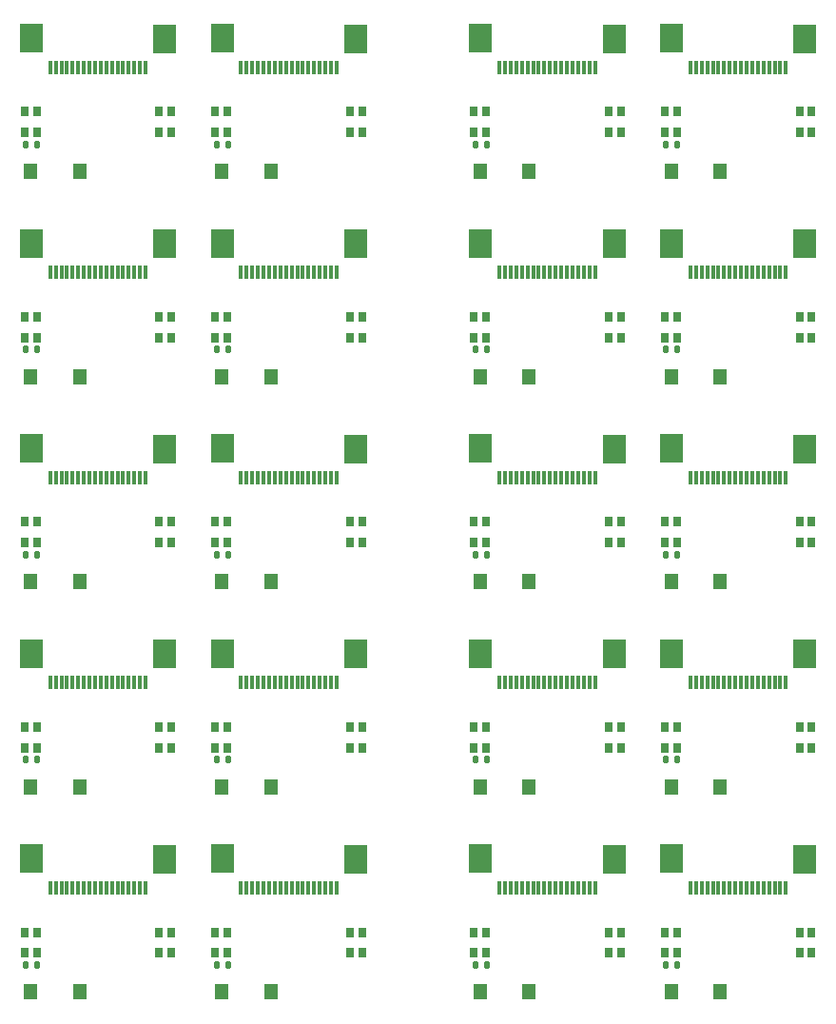
<source format=gbr>
%TF.GenerationSoftware,KiCad,Pcbnew,8.0.1-unknown-202403172319~81f55dfc9c~ubuntu22.04.1*%
%TF.CreationDate,2024-06-20T10:51:26+01:00*%
%TF.ProjectId,PANEL_COM_MOD,50414e45-4c5f-4434-9f4d-5f4d4f442e6b,1.0*%
%TF.SameCoordinates,Original*%
%TF.FileFunction,Paste,Bot*%
%TF.FilePolarity,Positive*%
%FSLAX46Y46*%
G04 Gerber Fmt 4.6, Leading zero omitted, Abs format (unit mm)*
G04 Created by KiCad (PCBNEW 8.0.1-unknown-202403172319~81f55dfc9c~ubuntu22.04.1) date 2024-06-20 10:51:26*
%MOMM*%
%LPD*%
G01*
G04 APERTURE LIST*
G04 Aperture macros list*
%AMRoundRect*
0 Rectangle with rounded corners*
0 $1 Rounding radius*
0 $2 $3 $4 $5 $6 $7 $8 $9 X,Y pos of 4 corners*
0 Add a 4 corners polygon primitive as box body*
4,1,4,$2,$3,$4,$5,$6,$7,$8,$9,$2,$3,0*
0 Add four circle primitives for the rounded corners*
1,1,$1+$1,$2,$3*
1,1,$1+$1,$4,$5*
1,1,$1+$1,$6,$7*
1,1,$1+$1,$8,$9*
0 Add four rect primitives between the rounded corners*
20,1,$1+$1,$2,$3,$4,$5,0*
20,1,$1+$1,$4,$5,$6,$7,0*
20,1,$1+$1,$6,$7,$8,$9,0*
20,1,$1+$1,$8,$9,$2,$3,0*%
G04 Aperture macros list end*
%ADD10R,0.700000X0.900000*%
%ADD11RoundRect,0.135000X-0.135000X-0.185000X0.135000X-0.185000X0.135000X0.185000X-0.135000X0.185000X0*%
%ADD12R,1.230000X1.360000*%
%ADD13R,0.300000X1.250000*%
%ADD14R,2.000000X2.500000*%
G04 APERTURE END LIST*
D10*
%TO.C,LED2*%
X46950000Y-32580001D03*
X48050000Y-32580001D03*
X48050000Y-34420001D03*
X46950000Y-34420001D03*
%TD*%
D11*
%TO.C,R1*%
X24089999Y-35500001D03*
X25109999Y-35500001D03*
%TD*%
D10*
%TO.C,LED2*%
X23950000Y-50830002D03*
X25050000Y-50830002D03*
X25050000Y-52670002D03*
X23950000Y-52670002D03*
%TD*%
D12*
%TO.C,SW1*%
X11879999Y-74400003D03*
X7519999Y-74400003D03*
%TD*%
D10*
%TO.C,LED1*%
X20050000Y-52670002D03*
X18950000Y-52670002D03*
X18950000Y-50830002D03*
X20050000Y-50830002D03*
%TD*%
D12*
%TO.C,SW1*%
X68879999Y-92650004D03*
X64519999Y-92650004D03*
%TD*%
D11*
%TO.C,R1*%
X24089999Y-17250000D03*
X25109999Y-17250000D03*
%TD*%
%TO.C,R1*%
X64089999Y-90250004D03*
X65109999Y-90250004D03*
%TD*%
%TO.C,R1*%
X64089999Y-17250000D03*
X65109999Y-17250000D03*
%TD*%
D10*
%TO.C,LED1*%
X37050000Y-34420001D03*
X35950000Y-34420001D03*
X35950000Y-32580001D03*
X37050000Y-32580001D03*
%TD*%
D11*
%TO.C,R1*%
X47089999Y-35500001D03*
X48109999Y-35500001D03*
%TD*%
D10*
%TO.C,LED2*%
X23950000Y-14330000D03*
X25050000Y-14330000D03*
X25050000Y-16170000D03*
X23950000Y-16170000D03*
%TD*%
%TO.C,LED2*%
X63950000Y-50830002D03*
X65050000Y-50830002D03*
X65050000Y-52670002D03*
X63950000Y-52670002D03*
%TD*%
D13*
%TO.C,FPC1*%
X49250000Y-83390004D03*
X49750000Y-83390004D03*
X50250000Y-83390004D03*
X50750000Y-83390004D03*
X51250000Y-83390004D03*
X51750000Y-83390004D03*
X52250000Y-83390004D03*
X52750000Y-83390004D03*
X53250000Y-83390004D03*
X53750000Y-83390004D03*
X54250000Y-83390004D03*
X54750000Y-83390004D03*
X55250000Y-83390004D03*
X55750000Y-83390004D03*
X56250000Y-83390004D03*
X56750000Y-83390004D03*
X57250000Y-83390004D03*
X57750000Y-83390004D03*
D14*
X47560000Y-80810004D03*
X59440000Y-80850004D03*
%TD*%
D11*
%TO.C,R1*%
X47089999Y-90250004D03*
X48109999Y-90250004D03*
%TD*%
%TO.C,R1*%
X47089999Y-17250000D03*
X48109999Y-17250000D03*
%TD*%
D10*
%TO.C,LED2*%
X46950000Y-14330000D03*
X48050000Y-14330000D03*
X48050000Y-16170000D03*
X46950000Y-16170000D03*
%TD*%
D13*
%TO.C,FPC1*%
X49250000Y-28640001D03*
X49750000Y-28640001D03*
X50250000Y-28640001D03*
X50750000Y-28640001D03*
X51250000Y-28640001D03*
X51750000Y-28640001D03*
X52250000Y-28640001D03*
X52750000Y-28640001D03*
X53250000Y-28640001D03*
X53750000Y-28640001D03*
X54250000Y-28640001D03*
X54750000Y-28640001D03*
X55250000Y-28640001D03*
X55750000Y-28640001D03*
X56250000Y-28640001D03*
X56750000Y-28640001D03*
X57250000Y-28640001D03*
X57750000Y-28640001D03*
D14*
X47560000Y-26060001D03*
X59440000Y-26100001D03*
%TD*%
D10*
%TO.C,LED2*%
X23950000Y-69080003D03*
X25050000Y-69080003D03*
X25050000Y-70920003D03*
X23950000Y-70920003D03*
%TD*%
D12*
%TO.C,SW1*%
X68879999Y-74400003D03*
X64519999Y-74400003D03*
%TD*%
D11*
%TO.C,R1*%
X7089999Y-72000003D03*
X8109999Y-72000003D03*
%TD*%
D10*
%TO.C,LED2*%
X6950000Y-14330000D03*
X8050000Y-14330000D03*
X8050000Y-16170000D03*
X6950000Y-16170000D03*
%TD*%
%TO.C,LED2*%
X46950000Y-50830002D03*
X48050000Y-50830002D03*
X48050000Y-52670002D03*
X46950000Y-52670002D03*
%TD*%
D12*
%TO.C,SW1*%
X51879999Y-74400003D03*
X47519999Y-74400003D03*
%TD*%
D10*
%TO.C,LED2*%
X6950000Y-32580001D03*
X8050000Y-32580001D03*
X8050000Y-34420001D03*
X6950000Y-34420001D03*
%TD*%
D13*
%TO.C,FPC1*%
X49250000Y-10390000D03*
X49750000Y-10390000D03*
X50250000Y-10390000D03*
X50750000Y-10390000D03*
X51250000Y-10390000D03*
X51750000Y-10390000D03*
X52250000Y-10390000D03*
X52750000Y-10390000D03*
X53250000Y-10390000D03*
X53750000Y-10390000D03*
X54250000Y-10390000D03*
X54750000Y-10390000D03*
X55250000Y-10390000D03*
X55750000Y-10390000D03*
X56250000Y-10390000D03*
X56750000Y-10390000D03*
X57250000Y-10390000D03*
X57750000Y-10390000D03*
D14*
X47560000Y-7810000D03*
X59440000Y-7850000D03*
%TD*%
D10*
%TO.C,LED1*%
X60050000Y-34420001D03*
X58950000Y-34420001D03*
X58950000Y-32580001D03*
X60050000Y-32580001D03*
%TD*%
%TO.C,LED2*%
X63950000Y-14330000D03*
X65050000Y-14330000D03*
X65050000Y-16170000D03*
X63950000Y-16170000D03*
%TD*%
D12*
%TO.C,SW1*%
X51879999Y-92650004D03*
X47519999Y-92650004D03*
%TD*%
D13*
%TO.C,FPC1*%
X9250000Y-65140003D03*
X9750000Y-65140003D03*
X10250000Y-65140003D03*
X10750000Y-65140003D03*
X11250000Y-65140003D03*
X11750000Y-65140003D03*
X12250000Y-65140003D03*
X12750000Y-65140003D03*
X13250000Y-65140003D03*
X13750000Y-65140003D03*
X14250000Y-65140003D03*
X14750000Y-65140003D03*
X15250000Y-65140003D03*
X15750000Y-65140003D03*
X16250000Y-65140003D03*
X16750000Y-65140003D03*
X17250000Y-65140003D03*
X17750000Y-65140003D03*
D14*
X7560000Y-62560003D03*
X19440000Y-62600003D03*
%TD*%
D10*
%TO.C,LED2*%
X63950000Y-87330004D03*
X65050000Y-87330004D03*
X65050000Y-89170004D03*
X63950000Y-89170004D03*
%TD*%
%TO.C,LED1*%
X37050000Y-16170000D03*
X35950000Y-16170000D03*
X35950000Y-14330000D03*
X37050000Y-14330000D03*
%TD*%
D12*
%TO.C,SW1*%
X68879999Y-19650000D03*
X64519999Y-19650000D03*
%TD*%
D13*
%TO.C,FPC1*%
X9250000Y-46890002D03*
X9750000Y-46890002D03*
X10250000Y-46890002D03*
X10750000Y-46890002D03*
X11250000Y-46890002D03*
X11750000Y-46890002D03*
X12250000Y-46890002D03*
X12750000Y-46890002D03*
X13250000Y-46890002D03*
X13750000Y-46890002D03*
X14250000Y-46890002D03*
X14750000Y-46890002D03*
X15250000Y-46890002D03*
X15750000Y-46890002D03*
X16250000Y-46890002D03*
X16750000Y-46890002D03*
X17250000Y-46890002D03*
X17750000Y-46890002D03*
D14*
X7560000Y-44310002D03*
X19440000Y-44350002D03*
%TD*%
D13*
%TO.C,FPC1*%
X9250000Y-28640001D03*
X9750000Y-28640001D03*
X10250000Y-28640001D03*
X10750000Y-28640001D03*
X11250000Y-28640001D03*
X11750000Y-28640001D03*
X12250000Y-28640001D03*
X12750000Y-28640001D03*
X13250000Y-28640001D03*
X13750000Y-28640001D03*
X14250000Y-28640001D03*
X14750000Y-28640001D03*
X15250000Y-28640001D03*
X15750000Y-28640001D03*
X16250000Y-28640001D03*
X16750000Y-28640001D03*
X17250000Y-28640001D03*
X17750000Y-28640001D03*
D14*
X7560000Y-26060001D03*
X19440000Y-26100001D03*
%TD*%
D10*
%TO.C,LED1*%
X37050000Y-70920003D03*
X35950000Y-70920003D03*
X35950000Y-69080003D03*
X37050000Y-69080003D03*
%TD*%
%TO.C,LED1*%
X60050000Y-70920003D03*
X58950000Y-70920003D03*
X58950000Y-69080003D03*
X60050000Y-69080003D03*
%TD*%
%TO.C,LED1*%
X77050000Y-70920003D03*
X75950000Y-70920003D03*
X75950000Y-69080003D03*
X77050000Y-69080003D03*
%TD*%
D12*
%TO.C,SW1*%
X51879999Y-37900001D03*
X47519999Y-37900001D03*
%TD*%
D13*
%TO.C,FPC1*%
X49250000Y-46890002D03*
X49750000Y-46890002D03*
X50250000Y-46890002D03*
X50750000Y-46890002D03*
X51250000Y-46890002D03*
X51750000Y-46890002D03*
X52250000Y-46890002D03*
X52750000Y-46890002D03*
X53250000Y-46890002D03*
X53750000Y-46890002D03*
X54250000Y-46890002D03*
X54750000Y-46890002D03*
X55250000Y-46890002D03*
X55750000Y-46890002D03*
X56250000Y-46890002D03*
X56750000Y-46890002D03*
X57250000Y-46890002D03*
X57750000Y-46890002D03*
D14*
X47560000Y-44310002D03*
X59440000Y-44350002D03*
%TD*%
D11*
%TO.C,R1*%
X24089999Y-72000003D03*
X25109999Y-72000003D03*
%TD*%
D12*
%TO.C,SW1*%
X51879999Y-19650000D03*
X47519999Y-19650000D03*
%TD*%
D10*
%TO.C,LED2*%
X6950000Y-69080003D03*
X8050000Y-69080003D03*
X8050000Y-70920003D03*
X6950000Y-70920003D03*
%TD*%
%TO.C,LED1*%
X60050000Y-89170004D03*
X58950000Y-89170004D03*
X58950000Y-87330004D03*
X60050000Y-87330004D03*
%TD*%
D11*
%TO.C,R1*%
X7089999Y-17250000D03*
X8109999Y-17250000D03*
%TD*%
D12*
%TO.C,SW1*%
X11879999Y-19650000D03*
X7519999Y-19650000D03*
%TD*%
%TO.C,SW1*%
X28879999Y-37900001D03*
X24519999Y-37900001D03*
%TD*%
D13*
%TO.C,FPC1*%
X66250000Y-28640001D03*
X66750000Y-28640001D03*
X67250000Y-28640001D03*
X67750000Y-28640001D03*
X68250000Y-28640001D03*
X68750000Y-28640001D03*
X69250000Y-28640001D03*
X69750000Y-28640001D03*
X70250000Y-28640001D03*
X70750000Y-28640001D03*
X71250000Y-28640001D03*
X71750000Y-28640001D03*
X72250000Y-28640001D03*
X72750000Y-28640001D03*
X73250000Y-28640001D03*
X73750000Y-28640001D03*
X74250000Y-28640001D03*
X74750000Y-28640001D03*
D14*
X64560000Y-26060001D03*
X76440000Y-26100001D03*
%TD*%
D12*
%TO.C,SW1*%
X11879999Y-37900001D03*
X7519999Y-37900001D03*
%TD*%
D10*
%TO.C,LED1*%
X20050000Y-70920003D03*
X18950000Y-70920003D03*
X18950000Y-69080003D03*
X20050000Y-69080003D03*
%TD*%
D12*
%TO.C,SW1*%
X11879999Y-56150002D03*
X7519999Y-56150002D03*
%TD*%
D10*
%TO.C,LED1*%
X37050000Y-52670002D03*
X35950000Y-52670002D03*
X35950000Y-50830002D03*
X37050000Y-50830002D03*
%TD*%
D11*
%TO.C,R1*%
X7089999Y-53750002D03*
X8109999Y-53750002D03*
%TD*%
D10*
%TO.C,LED2*%
X46950000Y-69080003D03*
X48050000Y-69080003D03*
X48050000Y-70920003D03*
X46950000Y-70920003D03*
%TD*%
D11*
%TO.C,R1*%
X7089999Y-90250004D03*
X8109999Y-90250004D03*
%TD*%
D13*
%TO.C,FPC1*%
X49250000Y-65140003D03*
X49750000Y-65140003D03*
X50250000Y-65140003D03*
X50750000Y-65140003D03*
X51250000Y-65140003D03*
X51750000Y-65140003D03*
X52250000Y-65140003D03*
X52750000Y-65140003D03*
X53250000Y-65140003D03*
X53750000Y-65140003D03*
X54250000Y-65140003D03*
X54750000Y-65140003D03*
X55250000Y-65140003D03*
X55750000Y-65140003D03*
X56250000Y-65140003D03*
X56750000Y-65140003D03*
X57250000Y-65140003D03*
X57750000Y-65140003D03*
D14*
X47560000Y-62560003D03*
X59440000Y-62600003D03*
%TD*%
D11*
%TO.C,R1*%
X24089999Y-53750002D03*
X25109999Y-53750002D03*
%TD*%
D10*
%TO.C,LED1*%
X60050000Y-16170000D03*
X58950000Y-16170000D03*
X58950000Y-14330000D03*
X60050000Y-14330000D03*
%TD*%
%TO.C,LED2*%
X63950000Y-69080003D03*
X65050000Y-69080003D03*
X65050000Y-70920003D03*
X63950000Y-70920003D03*
%TD*%
D11*
%TO.C,R1*%
X47089999Y-72000003D03*
X48109999Y-72000003D03*
%TD*%
D10*
%TO.C,LED1*%
X20050000Y-89170004D03*
X18950000Y-89170004D03*
X18950000Y-87330004D03*
X20050000Y-87330004D03*
%TD*%
%TO.C,LED1*%
X77050000Y-52670002D03*
X75950000Y-52670002D03*
X75950000Y-50830002D03*
X77050000Y-50830002D03*
%TD*%
D12*
%TO.C,SW1*%
X28879999Y-19650000D03*
X24519999Y-19650000D03*
%TD*%
D10*
%TO.C,LED1*%
X20050000Y-34420001D03*
X18950000Y-34420001D03*
X18950000Y-32580001D03*
X20050000Y-32580001D03*
%TD*%
D11*
%TO.C,R1*%
X47089999Y-53750002D03*
X48109999Y-53750002D03*
%TD*%
D10*
%TO.C,LED2*%
X63950000Y-32580001D03*
X65050000Y-32580001D03*
X65050000Y-34420001D03*
X63950000Y-34420001D03*
%TD*%
D13*
%TO.C,FPC1*%
X9250000Y-10390000D03*
X9750000Y-10390000D03*
X10250000Y-10390000D03*
X10750000Y-10390000D03*
X11250000Y-10390000D03*
X11750000Y-10390000D03*
X12250000Y-10390000D03*
X12750000Y-10390000D03*
X13250000Y-10390000D03*
X13750000Y-10390000D03*
X14250000Y-10390000D03*
X14750000Y-10390000D03*
X15250000Y-10390000D03*
X15750000Y-10390000D03*
X16250000Y-10390000D03*
X16750000Y-10390000D03*
X17250000Y-10390000D03*
X17750000Y-10390000D03*
D14*
X7560000Y-7810000D03*
X19440000Y-7850000D03*
%TD*%
D13*
%TO.C,FPC1*%
X66250000Y-83390004D03*
X66750000Y-83390004D03*
X67250000Y-83390004D03*
X67750000Y-83390004D03*
X68250000Y-83390004D03*
X68750000Y-83390004D03*
X69250000Y-83390004D03*
X69750000Y-83390004D03*
X70250000Y-83390004D03*
X70750000Y-83390004D03*
X71250000Y-83390004D03*
X71750000Y-83390004D03*
X72250000Y-83390004D03*
X72750000Y-83390004D03*
X73250000Y-83390004D03*
X73750000Y-83390004D03*
X74250000Y-83390004D03*
X74750000Y-83390004D03*
D14*
X64560000Y-80810004D03*
X76440000Y-80850004D03*
%TD*%
D13*
%TO.C,FPC1*%
X9250000Y-83390004D03*
X9750000Y-83390004D03*
X10250000Y-83390004D03*
X10750000Y-83390004D03*
X11250000Y-83390004D03*
X11750000Y-83390004D03*
X12250000Y-83390004D03*
X12750000Y-83390004D03*
X13250000Y-83390004D03*
X13750000Y-83390004D03*
X14250000Y-83390004D03*
X14750000Y-83390004D03*
X15250000Y-83390004D03*
X15750000Y-83390004D03*
X16250000Y-83390004D03*
X16750000Y-83390004D03*
X17250000Y-83390004D03*
X17750000Y-83390004D03*
D14*
X7560000Y-80810004D03*
X19440000Y-80850004D03*
%TD*%
D10*
%TO.C,LED2*%
X23950000Y-32580001D03*
X25050000Y-32580001D03*
X25050000Y-34420001D03*
X23950000Y-34420001D03*
%TD*%
%TO.C,LED1*%
X77050000Y-89170004D03*
X75950000Y-89170004D03*
X75950000Y-87330004D03*
X77050000Y-87330004D03*
%TD*%
%TO.C,LED1*%
X60050000Y-52670002D03*
X58950000Y-52670002D03*
X58950000Y-50830002D03*
X60050000Y-50830002D03*
%TD*%
D11*
%TO.C,R1*%
X64089999Y-35500001D03*
X65109999Y-35500001D03*
%TD*%
D13*
%TO.C,FPC1*%
X26250000Y-83390004D03*
X26750000Y-83390004D03*
X27250000Y-83390004D03*
X27750000Y-83390004D03*
X28250000Y-83390004D03*
X28750000Y-83390004D03*
X29250000Y-83390004D03*
X29750000Y-83390004D03*
X30250000Y-83390004D03*
X30750000Y-83390004D03*
X31250000Y-83390004D03*
X31750000Y-83390004D03*
X32250000Y-83390004D03*
X32750000Y-83390004D03*
X33250000Y-83390004D03*
X33750000Y-83390004D03*
X34250000Y-83390004D03*
X34750000Y-83390004D03*
D14*
X24560000Y-80810004D03*
X36440000Y-80850004D03*
%TD*%
D12*
%TO.C,SW1*%
X28879999Y-74400003D03*
X24519999Y-74400003D03*
%TD*%
D13*
%TO.C,FPC1*%
X26250000Y-28640001D03*
X26750000Y-28640001D03*
X27250000Y-28640001D03*
X27750000Y-28640001D03*
X28250000Y-28640001D03*
X28750000Y-28640001D03*
X29250000Y-28640001D03*
X29750000Y-28640001D03*
X30250000Y-28640001D03*
X30750000Y-28640001D03*
X31250000Y-28640001D03*
X31750000Y-28640001D03*
X32250000Y-28640001D03*
X32750000Y-28640001D03*
X33250000Y-28640001D03*
X33750000Y-28640001D03*
X34250000Y-28640001D03*
X34750000Y-28640001D03*
D14*
X24560000Y-26060001D03*
X36440000Y-26100001D03*
%TD*%
D13*
%TO.C,FPC1*%
X26250000Y-10390000D03*
X26750000Y-10390000D03*
X27250000Y-10390000D03*
X27750000Y-10390000D03*
X28250000Y-10390000D03*
X28750000Y-10390000D03*
X29250000Y-10390000D03*
X29750000Y-10390000D03*
X30250000Y-10390000D03*
X30750000Y-10390000D03*
X31250000Y-10390000D03*
X31750000Y-10390000D03*
X32250000Y-10390000D03*
X32750000Y-10390000D03*
X33250000Y-10390000D03*
X33750000Y-10390000D03*
X34250000Y-10390000D03*
X34750000Y-10390000D03*
D14*
X24560000Y-7810000D03*
X36440000Y-7850000D03*
%TD*%
D13*
%TO.C,FPC1*%
X26250000Y-46890002D03*
X26750000Y-46890002D03*
X27250000Y-46890002D03*
X27750000Y-46890002D03*
X28250000Y-46890002D03*
X28750000Y-46890002D03*
X29250000Y-46890002D03*
X29750000Y-46890002D03*
X30250000Y-46890002D03*
X30750000Y-46890002D03*
X31250000Y-46890002D03*
X31750000Y-46890002D03*
X32250000Y-46890002D03*
X32750000Y-46890002D03*
X33250000Y-46890002D03*
X33750000Y-46890002D03*
X34250000Y-46890002D03*
X34750000Y-46890002D03*
D14*
X24560000Y-44310002D03*
X36440000Y-44350002D03*
%TD*%
D12*
%TO.C,SW1*%
X11879999Y-92650004D03*
X7519999Y-92650004D03*
%TD*%
D13*
%TO.C,FPC1*%
X66250000Y-65140003D03*
X66750000Y-65140003D03*
X67250000Y-65140003D03*
X67750000Y-65140003D03*
X68250000Y-65140003D03*
X68750000Y-65140003D03*
X69250000Y-65140003D03*
X69750000Y-65140003D03*
X70250000Y-65140003D03*
X70750000Y-65140003D03*
X71250000Y-65140003D03*
X71750000Y-65140003D03*
X72250000Y-65140003D03*
X72750000Y-65140003D03*
X73250000Y-65140003D03*
X73750000Y-65140003D03*
X74250000Y-65140003D03*
X74750000Y-65140003D03*
D14*
X64560000Y-62560003D03*
X76440000Y-62600003D03*
%TD*%
D10*
%TO.C,LED2*%
X23950000Y-87330004D03*
X25050000Y-87330004D03*
X25050000Y-89170004D03*
X23950000Y-89170004D03*
%TD*%
D11*
%TO.C,R1*%
X24089999Y-90250004D03*
X25109999Y-90250004D03*
%TD*%
D10*
%TO.C,LED2*%
X6950000Y-87330004D03*
X8050000Y-87330004D03*
X8050000Y-89170004D03*
X6950000Y-89170004D03*
%TD*%
D13*
%TO.C,FPC1*%
X66250000Y-10390000D03*
X66750000Y-10390000D03*
X67250000Y-10390000D03*
X67750000Y-10390000D03*
X68250000Y-10390000D03*
X68750000Y-10390000D03*
X69250000Y-10390000D03*
X69750000Y-10390000D03*
X70250000Y-10390000D03*
X70750000Y-10390000D03*
X71250000Y-10390000D03*
X71750000Y-10390000D03*
X72250000Y-10390000D03*
X72750000Y-10390000D03*
X73250000Y-10390000D03*
X73750000Y-10390000D03*
X74250000Y-10390000D03*
X74750000Y-10390000D03*
D14*
X64560000Y-7810000D03*
X76440000Y-7850000D03*
%TD*%
D12*
%TO.C,SW1*%
X28879999Y-92650004D03*
X24519999Y-92650004D03*
%TD*%
D10*
%TO.C,LED1*%
X20050000Y-16170000D03*
X18950000Y-16170000D03*
X18950000Y-14330000D03*
X20050000Y-14330000D03*
%TD*%
%TO.C,LED1*%
X77050000Y-34420001D03*
X75950000Y-34420001D03*
X75950000Y-32580001D03*
X77050000Y-32580001D03*
%TD*%
D13*
%TO.C,FPC1*%
X66250000Y-46890002D03*
X66750000Y-46890002D03*
X67250000Y-46890002D03*
X67750000Y-46890002D03*
X68250000Y-46890002D03*
X68750000Y-46890002D03*
X69250000Y-46890002D03*
X69750000Y-46890002D03*
X70250000Y-46890002D03*
X70750000Y-46890002D03*
X71250000Y-46890002D03*
X71750000Y-46890002D03*
X72250000Y-46890002D03*
X72750000Y-46890002D03*
X73250000Y-46890002D03*
X73750000Y-46890002D03*
X74250000Y-46890002D03*
X74750000Y-46890002D03*
D14*
X64560000Y-44310002D03*
X76440000Y-44350002D03*
%TD*%
D10*
%TO.C,LED1*%
X77050000Y-16170000D03*
X75950000Y-16170000D03*
X75950000Y-14330000D03*
X77050000Y-14330000D03*
%TD*%
D11*
%TO.C,R1*%
X64089999Y-72000003D03*
X65109999Y-72000003D03*
%TD*%
D10*
%TO.C,LED2*%
X46950000Y-87330004D03*
X48050000Y-87330004D03*
X48050000Y-89170004D03*
X46950000Y-89170004D03*
%TD*%
%TO.C,LED2*%
X6950000Y-50830002D03*
X8050000Y-50830002D03*
X8050000Y-52670002D03*
X6950000Y-52670002D03*
%TD*%
D12*
%TO.C,SW1*%
X68879999Y-37900001D03*
X64519999Y-37900001D03*
%TD*%
D11*
%TO.C,R1*%
X64089999Y-53750002D03*
X65109999Y-53750002D03*
%TD*%
D12*
%TO.C,SW1*%
X28879999Y-56150002D03*
X24519999Y-56150002D03*
%TD*%
%TO.C,SW1*%
X51879999Y-56150002D03*
X47519999Y-56150002D03*
%TD*%
D10*
%TO.C,LED1*%
X37050000Y-89170004D03*
X35950000Y-89170004D03*
X35950000Y-87330004D03*
X37050000Y-87330004D03*
%TD*%
D13*
%TO.C,FPC1*%
X26250000Y-65140003D03*
X26750000Y-65140003D03*
X27250000Y-65140003D03*
X27750000Y-65140003D03*
X28250000Y-65140003D03*
X28750000Y-65140003D03*
X29250000Y-65140003D03*
X29750000Y-65140003D03*
X30250000Y-65140003D03*
X30750000Y-65140003D03*
X31250000Y-65140003D03*
X31750000Y-65140003D03*
X32250000Y-65140003D03*
X32750000Y-65140003D03*
X33250000Y-65140003D03*
X33750000Y-65140003D03*
X34250000Y-65140003D03*
X34750000Y-65140003D03*
D14*
X24560000Y-62560003D03*
X36440000Y-62600003D03*
%TD*%
D12*
%TO.C,SW1*%
X68879999Y-56150002D03*
X64519999Y-56150002D03*
%TD*%
D11*
%TO.C,R1*%
X7089999Y-35500001D03*
X8109999Y-35500001D03*
%TD*%
M02*

</source>
